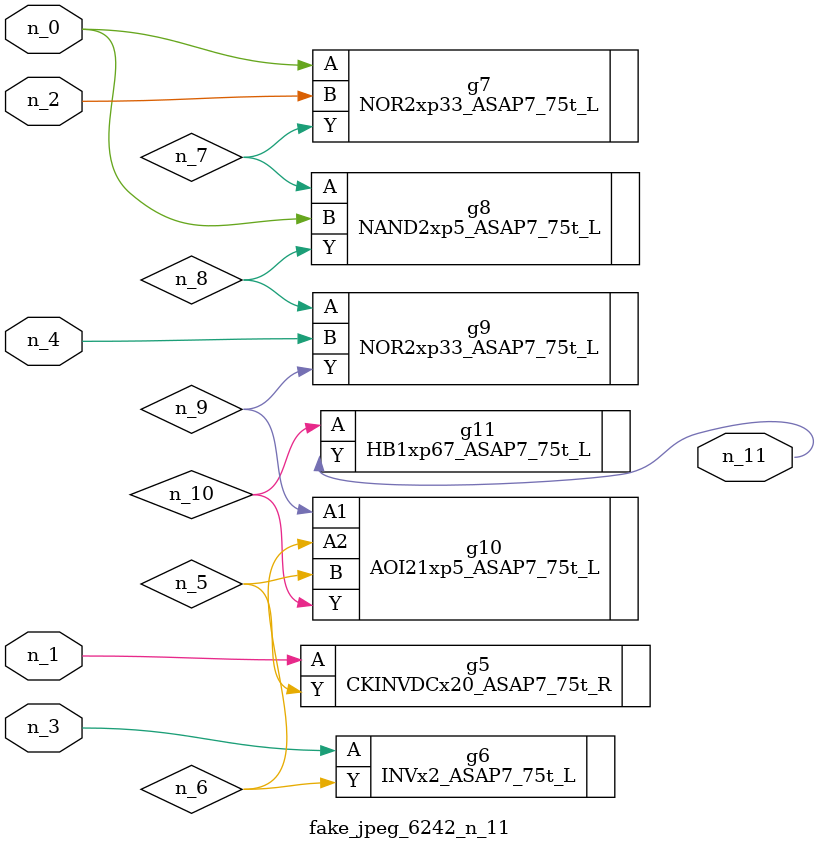
<source format=v>
module fake_jpeg_6242_n_11 (n_3, n_2, n_1, n_0, n_4, n_11);

input n_3;
input n_2;
input n_1;
input n_0;
input n_4;

output n_11;

wire n_10;
wire n_8;
wire n_9;
wire n_6;
wire n_5;
wire n_7;

CKINVDCx20_ASAP7_75t_R g5 ( 
.A(n_1),
.Y(n_5)
);

INVx2_ASAP7_75t_L g6 ( 
.A(n_3),
.Y(n_6)
);

NOR2xp33_ASAP7_75t_L g7 ( 
.A(n_0),
.B(n_2),
.Y(n_7)
);

NAND2xp5_ASAP7_75t_L g8 ( 
.A(n_7),
.B(n_0),
.Y(n_8)
);

NOR2xp33_ASAP7_75t_L g9 ( 
.A(n_8),
.B(n_4),
.Y(n_9)
);

AOI21xp5_ASAP7_75t_L g10 ( 
.A1(n_9),
.A2(n_6),
.B(n_5),
.Y(n_10)
);

HB1xp67_ASAP7_75t_L g11 ( 
.A(n_10),
.Y(n_11)
);


endmodule
</source>
